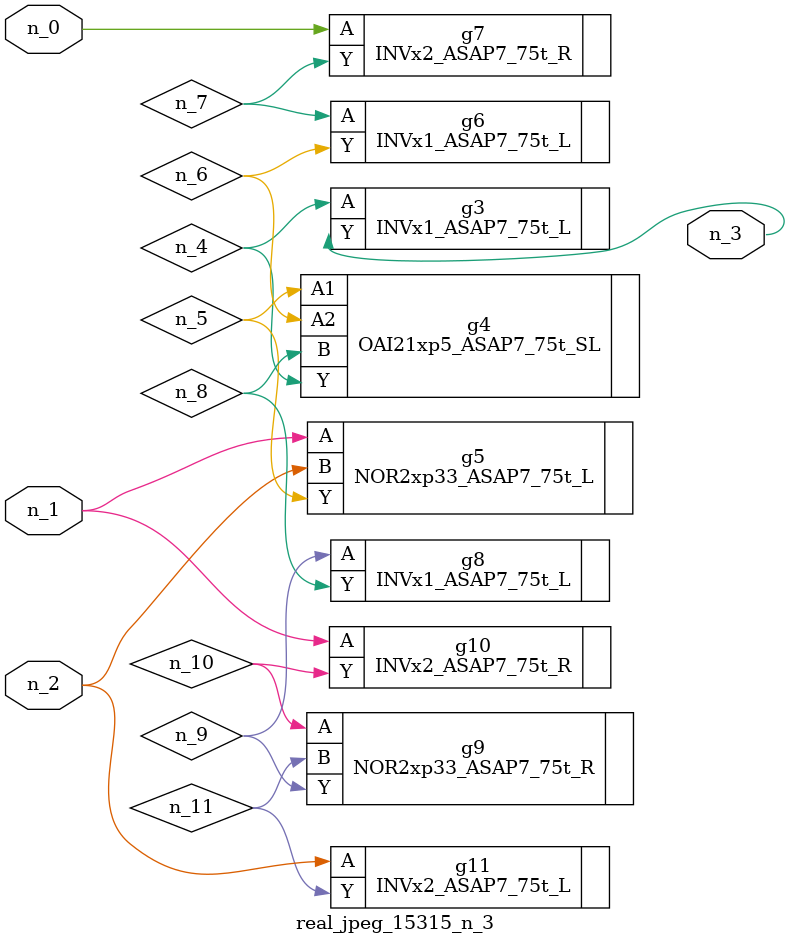
<source format=v>
module real_jpeg_15315_n_3 (n_1, n_0, n_2, n_3);

input n_1;
input n_0;
input n_2;

output n_3;

wire n_5;
wire n_4;
wire n_8;
wire n_11;
wire n_6;
wire n_7;
wire n_10;
wire n_9;

INVx2_ASAP7_75t_R g7 ( 
.A(n_0),
.Y(n_7)
);

NOR2xp33_ASAP7_75t_L g5 ( 
.A(n_1),
.B(n_2),
.Y(n_5)
);

INVx2_ASAP7_75t_R g10 ( 
.A(n_1),
.Y(n_10)
);

INVx2_ASAP7_75t_L g11 ( 
.A(n_2),
.Y(n_11)
);

INVx1_ASAP7_75t_L g3 ( 
.A(n_4),
.Y(n_3)
);

OAI21xp5_ASAP7_75t_SL g4 ( 
.A1(n_5),
.A2(n_6),
.B(n_8),
.Y(n_4)
);

INVx1_ASAP7_75t_L g6 ( 
.A(n_7),
.Y(n_6)
);

INVx1_ASAP7_75t_L g8 ( 
.A(n_9),
.Y(n_8)
);

NOR2xp33_ASAP7_75t_R g9 ( 
.A(n_10),
.B(n_11),
.Y(n_9)
);


endmodule
</source>
